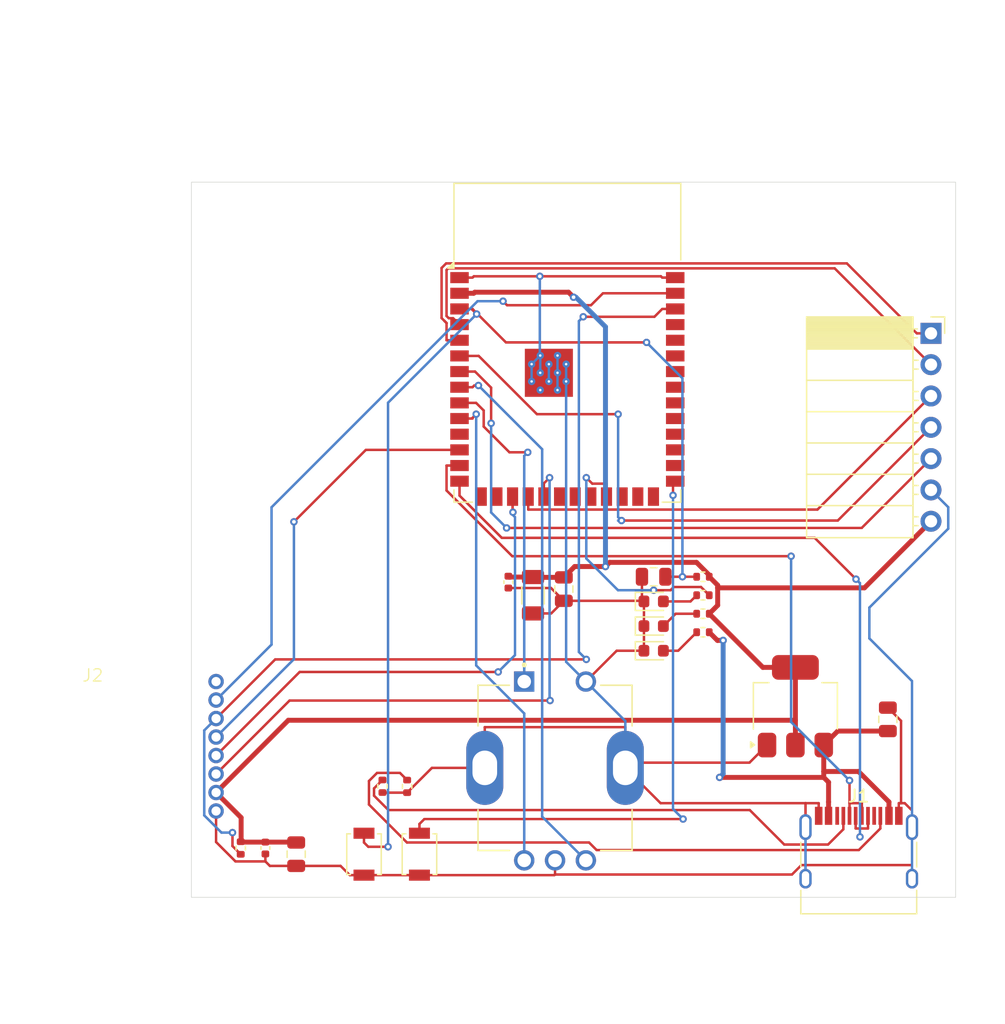
<source format=kicad_pcb>
(kicad_pcb (version 20241229) (generator "pcbnew") (generator_version "9.0")
  (layers (0 "F.Cu" signal) (2 "B.Cu" signal) (13 "F.Paste" user) (15 "B.Paste" user) (5 "F.SilkS" user "F.Silkscreen") (7 "B.SilkS" user "B.Silkscreen") (1 "F.Mask" user) (3 "B.Mask" user) (25 "Edge.Cuts" user))
  (net 0 "")
  (net 2 "GND")
  (net 5 "TROPIC_CS")
  (net 6 "+3V3")
  (net 8 "TROPIC_SDI")
  (net 13 "TROPIC_SDO")
  (net 21 "TROPIC_CLK")
  (net 22 "EN")
  (net 24 "D-")
  (net 27 "D+")
  (net 29 "TROPIC_GPO")
  (net 30 "+5V")
  (net 31 "Net-(D1-A)")
  (net 32 "Net-(D2-A)")
  (net 33 "Net-(D3-A)")
  (net 34 "Net-(J1-CC1)")
  (net 35 "Net-(J1-CC2)")
  (net 36 "GPIO21")
  (net 39 "GPIO0")
  (net 40 "RST")
  (net 41 "CLK")
  (net 42 "CS")
  (net 43 "DC")
  (net 44 "DIN")
  (net 45 "GPIO16")
  (net 46 "RT_DT")
  (net 47 "RT_CLK")
  (footprint "Connector_USB:USB_C_Receptacle_HRO_TYPE-C-31-M-12" (layer "F.Cu") (at 66.14 82.435)
    (property "Reference" "J1")
    (property "Value" "USB_C_Receptacle_USB2.0_16P")
  )
  (footprint "MountingHole:MountingHole_2.7mm_M2.5" (layer "F.Cu") (at 15.14 62.535 90)
    (property "Reference" "MountHole3" (hide yes))
    (property "Value" "MountHole" (hide yes))
  )
  (footprint "Resistor_SMD:R_0402_1005Metric" (layer "F.Cu") (at 53.5 62)
    (property "Reference" "R4" (hide yes))
    (property "Value" "5.1kΩ 0402" (hide yes))
  )
  (footprint "Capacitor_SMD:C_0805_2012Metric" (layer "F.Cu") (at 68.5 70.565 90)
    (property "Reference" "C4" (hide yes))
    (property "Value" "10uF 0805" (hide yes))
  )
  (footprint "Capacitor_SMD:C_0805_2012Metric" (layer "F.Cu") (at 42.2125 60 -90)
    (property "Reference" "C1" (hide yes))
    (property "Value" "10uF 0805" (hide yes))
  )
  (footprint "Resistor_SMD:R_0402_1005Metric" (layer "F.Cu") (at 53.5 59 180)
    (property "Reference" "R6" (hide yes))
    (property "Value" "5.1kΩ 0402" (hide yes))
  )
  (footprint "Resistor_SMD:R_0402_1005Metric" (layer "F.Cu") (at 16 81 90)
    (property "Reference" "R7" (hide yes))
    (property "Value" "10kΩ 0402" (hide yes))
  )
  (footprint "Connector_PinSocket_2.54mm:PinSocket_1x07_P2.54mm_Horizontal" (layer "F.Cu") (at 72 39.26)
    (property "Reference" "J3" (hide yes))
    (property "Value" "Conn_01x07_Pin" (hide yes))
  )
  (footprint "Capacitor_SMD:C_0402_1005Metric" (layer "F.Cu") (at 18 81 -90)
    (property "Reference" "C6" (hide yes))
    (property "Value" "100nF 0402" (hide yes))
  )
  (footprint "Resistor_SMD:R_0402_1005Metric" (layer "F.Cu") (at 53.5 63.5 180)
    (property "Reference" "R5" (hide yes))
    (property "Value" "5.1kΩ 0402" (hide yes))
  )
  (footprint "Tropic01_Click:Tropic01_PinSocket" (layer "F.Cu") (at 4 67.5)
    (property "Reference" "J2")
    (property "Value" "Conn_01x08_Socket")
  )
  (footprint "Resistor_SMD:R_0402_1005Metric" (layer "F.Cu") (at 29.5 76 -90)
    (property "Reference" "R2" (hide yes))
    (property "Value" "5.1kΩ 0402" (hide yes))
  )
  (footprint "LED_SMD:LED_0603_1608Metric" (layer "F.Cu") (at 49.5 63)
    (property "Reference" "D2" (hide yes))
    (property "Value" "LED 0603 White" (hide yes))
  )
  (footprint "Capacitor_SMD:C_0805_2012Metric" (layer "F.Cu") (at 49.5 59 180)
    (property "Reference" "C5" (hide yes))
    (property "Value" "10uF 0805" (hide yes))
  )
  (footprint "Package_TO_SOT_SMD:SOT-223-3_TabPin2" (layer "F.Cu") (at 61 69.5 90)
    (property "Reference" "U2" (hide yes))
    (property "Value" "LD1117S33TR_SOT223" (hide yes))
  )
  (footprint "Button_Switch_SMD:SW_SPST_B3U-1000P" (layer "F.Cu") (at 30.5 81.5 90)
    (property "Reference" "SW2" (hide yes))
    (property "Value" "SW_SPST" (hide yes))
  )
  (footprint "MountingHole:MountingHole_2.7mm_M2.5" (layer "F.Cu") (at 15.14 30.435 90)
    (property "Reference" "MountHole1" (hide yes))
    (property "Value" "MountHole" (hide yes))
  )
  (footprint "MountingHole:MountingHole_2.7mm_M2.5" (layer "F.Cu") (at 70.64 30.435 90)
    (property "Reference" "MountHole2" (hide yes))
    (property "Value" "MountingHole_2.7mm_M2.5" (hide yes))
  )
  (footprint "Capacitor_SMD:C_0402_1005Metric" (layer "F.Cu") (at 37.7125 59.435 -90)
    (property "Reference" "C3" (hide yes))
    (property "Value" "100nF 0402" (hide yes))
  )
  (footprint "Resistor_SMD:R_0402_1005Metric" (layer "F.Cu") (at 53.5 60.5 180)
    (property "Reference" "R3" (hide yes))
    (property "Value" "5.1kΩ 0402" (hide yes))
  )
  (footprint "Resistor_SMD:R_0402_1005Metric" (layer "F.Cu") (at 27.5 75.99 -90)
    (property "Reference" "R1" (hide yes))
    (property "Value" "5.1kΩ 0402" (hide yes))
  )
  (footprint "RF_Module:ESP32-S3-WROOM-1" (layer "F.Cu") (at 42.5 40)
    (property "Reference" "U1" (hide yes))
    (property "Value" "ESP32-S3-WROOM-1")
  )
  (footprint "LED_SMD:LED_0603_1608Metric" (layer "F.Cu") (at 49.5 61)
    (property "Reference" "D3" (hide yes))
    (property "Value" "LED 0603 White" (hide yes))
  )
  (footprint "LED_SMD:LED_0603_1608Metric" (layer "F.Cu") (at 49.5 65)
    (property "Reference" "D1" (hide yes))
    (property "Value" "LED 0603 White" (hide yes))
  )
  (footprint "Capacitor_SMD:C_0805_2012Metric" (layer "F.Cu") (at 20.5 81.5 -90)
    (property "Reference" "C7" (hide yes))
    (property "Value" "4.7uF 0805" (hide yes))
  )
  (footprint "Button_Switch_SMD:SW_SPST_B3U-1000P" (layer "F.Cu") (at 26 81.5 90)
    (property "Reference" "SW3" (hide yes))
    (property "Value" "SW_SPST" (hide yes))
  )
  (footprint "Capacitor_SMD:C_1206_3216Metric" (layer "F.Cu") (at 39.7125 60.5 -90)
    (property "Reference" "C2" (hide yes))
    (property "Value" "22uF 1206" (hide yes))
  )
  (footprint "MountingHole:MountingHole_2.7mm_M2.5" (layer "F.Cu") (at 70.64 62.535 90)
    (property "Reference" "MountHole4" (hide yes))
    (property "Value" "MountHole" (hide yes))
  )
  (footprint "RotatoryEncoder:XDCR_PEC11R-4220F-S0024" (layer "F.Cu") (at 41.5 74.5)
    (property "Reference" "S1" (hide yes))
    (property "Value" "PEC11R-4220F-S0024" (hide yes))
  )
  (gr_rect (start 12 27) (end 74 85) (stroke (width 0.05)) (fill no) (layer "Edge.Cuts"))
  (segment (start 18 82.0862) (end 18 81.48) (width 0.2) (layer "F.Cu") (net 2))
  (segment (start 48.55 60.95) (end 48.55 59) (width 0.2) (layer "F.Cu") (net 2))
  (segment (start 69.39 78.39) (end 69.39 77.3633) (width 0.2) (layer "F.Cu") (net 2))
  (segment (start 24.0983 82.45) (end 24.8483 83.2) (width 0.2) (layer "F.Cu") (net 2))
  (segment (start 46.5 65) (end 48.7125 65) (width 0.2) (layer "F.Cu") (net 2))
  (segment (start 14 80.5127) (end 15.5735 82.0862) (width 0.2) (layer "F.Cu") (net 2))
  (segment (start 61.82 77.3633) (end 50.0633 77.3633) (width 0.2) (layer "F.Cu") (net 2))
  (segment (start 70.46 77.9533) (end 69.87 77.3633) (width 0.2) (layer "F.Cu") (net 2))
  (segment (start 61.82 77.9533) (end 61.82 77.3633) (width 0.2) (layer "F.Cu") (net 2))
  (segment (start 41 42.46) (end 41.7 42.46) (width 0.2) (layer "F.Cu") (net 2))
  (segment (start 40.3 43.86) (end 41.7 43.86) (width 0.2) (layer "F.Cu") (net 2))
  (segment (start 61.4879 82.3833) (end 61.82 82.3833) (width 0.2) (layer "F.Cu") (net 2))
  (segment (start 60.7222 83.149) (end 61.4879 82.3833) (width 0.2) (layer "F.Cu") (net 2))
  (segment (start 62.89 78.39) (end 62.89 77.3633) (width 0.2) (layer "F.Cu") (net 2))
  (segment (start 50.1983 34.74) (end 50.0916 34.6333) (width 0.2) (layer "F.Cu") (net 2))
  (segment (start 35.8 74.5) (end 35.8 71.1983) (width 0.2) (layer "F.Cu") (net 2))
  (segment (start 48.7125 65) (end 48.7125 63) (width 0.2) (layer "F.Cu") (net 2))
  (segment (start 26 83.2) (end 30.5 83.2) (width 0.2) (layer "F.Cu") (net 2))
  (segment (start 20.5 82.45) (end 24.0983 82.45) (width 0.2) (layer "F.Cu") (net 2))
  (segment (start 69.57 77.3633) (end 69.39 77.3633) (width 0.2) (layer "F.Cu") (net 2))
  (segment (start 42.2125 60.95) (end 48.55 60.95) (width 0.2) (layer "F.Cu") (net 2))
  (segment (start 50.0916 34.6333) (end 40.2648 34.6333) (width 0.2) (layer "F.Cu") (net 2))
  (segment (start 29.5 76.51) (end 27.51 76.51) (width 0.2) (layer "F.Cu") (net 2))
  (segment (start 37.7125 59.915) (end 41.1775 59.915) (width 0.2) (layer "F.Cu") (net 2))
  (segment (start 18.3638 82.45) (end 18 82.0862) (width 0.2) (layer "F.Cu") (net 2))
  (segment (start 44 67.5) (end 46.5 65) (width 0.2) (layer "F.Cu") (net 2))
  (segment (start 42.4 41.76) (end 41 41.76) (width 0.2) (layer "F.Cu") (net 2))
  (segment (start 48.7125 61) (end 48.7125 63) (width 0.2) (layer "F.Cu") (net 2))
  (segment (start 50.0633 77.3633) (end 47.2 74.5) (width 0.2) (layer "F.Cu") (net 2))
  (segment (start 27.51 76.51) (end 27.5 76.5) (width 0.2) (layer "F.Cu") (net 2))
  (segment (start 68.5 69.615) (end 69.57 70.685) (width 0.2) (layer "F.Cu") (net 2))
  (segment (start 40.3 42.46) (end 41 42.46) (width 0.2) (layer "F.Cu") (net 2))
  (segment (start 41 43.16) (end 39.6 43.16) (width 0.2) (layer "F.Cu") (net 2))
  (segment (start 31.51 74.5) (end 29.5 76.51) (width 0.2) (layer "F.Cu") (net 2))
  (segment (start 70.46 79.305) (end 70.46 77.9533) (width 0.2) (layer "F.Cu") (net 2))
  (segment (start 20.5 82.45) (end 18.3638 82.45) (width 0.2) (layer "F.Cu") (net 2))
  (segment (start 41.5 83.149) (end 41.449 83.2) (width 0.2) (layer "F.Cu") (net 2))
  (segment (start 41.449 83.2) (end 30.5 83.2) (width 0.2) (layer "F.Cu") (net 2))
  (segment (start 40.2648 34.6333) (end 34.9084 34.6333) (width 0.2) (layer "F.Cu") (net 2))
  (segment (start 41.1875 61.975) (end 42.2125 60.95) (width 0.2) (layer "F.Cu") (net 2))
  (segment (start 14 78) (end 14 80.5127) (width 0.2) (layer "F.Cu") (net 2))
  (segment (start 41.5 83.149) (end 60.7222 83.149) (width 0.2) (layer "F.Cu") (net 2))
  (segment (start 61.82 79.305) (end 61.82 77.9533) (width 0.2) (layer "F.Cu") (net 2))
  (segment (start 70.46 82.3833) (end 61.82 82.3833) (width 0.2) (layer "F.Cu") (net 2))
  (segment (start 62.89 77.3633) (end 61.82 77.3633) (width 0.2) (layer "F.Cu") (net 2))
  (segment (start 26 83.2) (end 24.8483 83.2) (width 0.2) (layer "F.Cu") (net 2))
  (segment (start 47.2 74.5) (end 47.2 74.0768) (width 0.2) (layer "F.Cu") (net 2))
  (segment (start 48.7125 61) (end 48.6 61) (width 0.2) (layer "F.Cu") (net 2))
  (segment (start 15.5735 82.0862) (end 18 82.0862) (width 0.2) (layer "F.Cu") (net 2))
  (segment (start 51.25 34.74) (end 50.1983 34.74) (width 0.2) (layer "F.Cu") (net 2))
  (segment (start 69.57 70.685) (end 69.57 77.3633) (width 0.2) (layer "F.Cu") (net 2))
  (segment (start 34.9084 34.6333) (end 34.8017 34.74) (width 0.2) (layer "F.Cu") (net 2))
  (segment (start 39.7125 61.975) (end 41.1875 61.975) (width 0.2) (layer "F.Cu") (net 2))
  (segment (start 58.7 72.65) (end 57.2732 74.0768) (width 0.2) (layer "F.Cu") (net 2))
  (segment (start 70.46 83.485) (end 70.46 82.3833) (width 0.2) (layer "F.Cu") (net 2))
  (segment (start 61.82 83.485) (end 61.82 82.3833) (width 0.2) (layer "F.Cu") (net 2))
  (segment (start 48.6 61) (end 48.55 60.95) (width 0.2) (layer "F.Cu") (net 2))
  (segment (start 57.2732 74.0768) (end 47.2 74.0768) (width 0.2) (layer "F.Cu") (net 2))
  (segment (start 35.8 74.5) (end 31.51 74.5) (width 0.2) (layer "F.Cu") (net 2))
  (segment (start 47.2 74.0768) (end 47.2 71.1983) (width 0.2) (layer "F.Cu") (net 2))
  (segment (start 41.1775 59.915) (end 42.2125 60.95) (width 0.2) (layer "F.Cu") (net 2))
  (segment (start 41.5 82) (end 41.5 83.149) (width 0.2) (layer "F.Cu") (net 2))
  (segment (start 33.75 34.74) (end 34.8017 34.74) (width 0.2) (layer "F.Cu") (net 2))
  (segment (start 35.8 71.1983) (end 47.2 71.1983) (width 0.2) (layer "F.Cu") (net 2))
  (segment (start 69.87 77.3633) (end 69.57 77.3633) (width 0.2) (layer "F.Cu") (net 2))
  (via (at 40.2648 34.6333) (size 0.6) (drill 0.3) (layers "F.Cu" "B.Cu") (net 2))
  (segment (start 40.3 41.06) (end 39.6 41.76) (width 0.2) (layer "B.Cu") (net 2))
  (segment (start 70.46 67.46) (end 67 64) (width 0.2) (layer "B.Cu") (net 2))
  (segment (start 47.2 70.7) (end 44 67.5) (width 0.2) (layer "B.Cu") (net 2))
  (segment (start 40.2648 41.0248) (end 40.3 41.06) (width 0.2) (layer "B.Cu") (net 2))
  (segment (start 42.4 65.9) (end 44 67.5) (width 0.2) (layer "B.Cu") (net 2))
  (segment (start 39.6 41.76) (end 39.6 43.16) (width 0.2) (layer "B.Cu") (net 2))
  (segment (start 40.3 41.06) (end 40.3 42.46) (width 0.2) (layer "B.Cu") (net 2))
  (segment (start 73.399 53.359) (end 72 51.96) (width 0.2) (layer "B.Cu") (net 2))
  (segment (start 41 43.16) (end 41 41.76) (width 0.2) (layer "B.Cu") (net 2))
  (segment (start 40.2648 34.6333) (end 40.2648 41.0248) (width 0.2) (layer "B.Cu") (net 2))
  (segment (start 73.399 55.101) (end 73.399 53.359) (width 0.2) (layer "B.Cu") (net 2))
  (segment (start 41.7 43.86) (end 41.7 42.46) (width 0.2) (layer "B.Cu") (net 2))
  (segment (start 47.2 74.5) (end 47.2 70.7) (width 0.2) (layer "B.Cu") (net 2))
  (segment (start 67 64) (end 67 61.5) (width 0.2) (layer "B.Cu") (net 2))
  (segment (start 42.4 43.16) (end 42.4 65.9) (width 0.2) (layer "B.Cu") (net 2))
  (segment (start 61.82 83.485) (end 61.82 79.305) (width 0.2) (layer "B.Cu") (net 2))
  (segment (start 42.4 41.76) (end 42.4 43.16) (width 0.2) (layer "B.Cu") (net 2))
  (segment (start 70.46 83.485) (end 70.46 79.305) (width 0.2) (layer "B.Cu") (net 2))
  (segment (start 70.46 79.305) (end 70.46 67.46) (width 0.2) (layer "B.Cu") (net 2))
  (segment (start 41.7 41.06) (end 41.7 42.46) (width 0.2) (layer "B.Cu") (net 2))
  (segment (start 67 61.5) (end 73.399 55.101) (width 0.2) (layer "B.Cu") (net 2))
  (segment (start 49.5623 37.916) (end 50.1983 37.28) (width 0.2) (layer "F.Cu") (net 5))
  (segment (start 51.25 37.28) (end 50.1983 37.28) (width 0.2) (layer "F.Cu") (net 5))
  (segment (start 18.7975 65.7025) (end 44.0356 65.7025) (width 0.2) (layer "F.Cu") (net 5))
  (segment (start 15.331 80.841) (end 15.331 79.7497) (width 0.2) (layer "F.Cu") (net 5))
  (segment (start 16 81.51) (end 15.331 80.841) (width 0.2) (layer "F.Cu") (net 5))
  (segment (start 14 70.5) (end 18.7975 65.7025) (width 0.2) (layer "F.Cu") (net 5))
  (segment (start 43.7864 37.916) (end 49.5623 37.916) (width 0.2) (layer "F.Cu") (net 5))
  (via (at 44.0356 65.7025) (size 0.6) (drill 0.3) (layers "F.Cu" "B.Cu") (net 5))
  (via (at 15.331 79.7497) (size 0.6) (drill 0.3) (layers "F.Cu" "B.Cu") (net 5))
  (via (at 43.7864 37.916) (size 0.6) (drill 0.3) (layers "F.Cu" "B.Cu") (net 5))
  (segment (start 43.4339 38.2685) (end 43.4339 65.1008) (width 0.2) (layer "B.Cu") (net 5))
  (segment (start 13.0407 78.3527) (end 13.0407 71.4593) (width 0.2) (layer "B.Cu") (net 5))
  (segment (start 14.4377 79.7497) (end 13.0407 78.3527) (width 0.2) (layer "B.Cu") (net 5))
  (segment (start 15.331 79.7497) (end 14.4377 79.7497) (width 0.2) (layer "B.Cu") (net 5))
  (segment (start 13.0407 71.4593) (end 14 70.5) (width 0.2) (layer "B.Cu") (net 5))
  (segment (start 43.4339 65.1008) (end 44.0356 65.7025) (width 0.2) (layer "B.Cu") (net 5))
  (segment (start 43.7864 37.916) (end 43.4339 38.2685) (width 0.2) (layer "B.Cu") (net 5))
  (segment (start 16.03 80.52) (end 16 80.49) (width 0.4) (layer "F.Cu") (net 6))
  (segment (start 18 80.52) (end 16.03 80.52) (width 0.4) (layer "F.Cu") (net 6))
  (segment (start 61 70.6387) (end 61 66.35) (width 0.4) (layer "F.Cu") (net 6))
  (segment (start 33.75 36.01) (end 34.9017 36.01) (width 0.4) (layer "F.Cu") (net 6))
  (segment (start 54.6935 59.8984) (end 54.6935 59.6835) (width 0.4) (layer "F.Cu") (net 6))
  (segment (start 45.9282 57.8347) (end 52.9781 57.8347) (width 0.4) (layer "F.Cu") (net 6))
  (segment (start 14 76.5) (end 19.8613 70.6387) (width 0.4) (layer "F.Cu") (net 6))
  (segment (start 54.6935 61.3165) (end 54.6935 59.8984) (width 0.4) (layer "F.Cu") (net 6))
  (segment (start 16.0327 78.5327) (end 14 76.5) (width 0.4) (layer "F.Cu") (net 6))
  (segment (start 34.988 35.9237) (end 42.5948 35.9237) (width 0.4) (layer "F.Cu") (net 6))
  (segment (start 42.2125 59.05) (end 39.7375 59.05) (width 0.4) (layer "F.Cu") (net 6))
  (segment (start 34.9017 36.01) (end 34.988 35.9237) (width 0.4) (layer "F.Cu") (net 6))
  (segment (start 42.5948 35.9237) (end 43.001 36.3299) (width 0.4) (layer "F.Cu") (net 6))
  (segment (start 16.0327 80.4573) (end 16.0327 78.5327) (width 0.4) (layer "F.Cu") (net 6))
  (segment (start 54.6935 59.6835) (end 54.01 59) (width 0.4) (layer "F.Cu") (net 6))
  (segment (start 37.7825 59.025) (end 37.7125 58.955) (width 0.4) (layer "F.Cu") (net 6))
  (segment (start 39.7375 59.05) (end 39.7125 59.025) (width 0.4) (layer "F.Cu") (net 6))
  (segment (start 42.2125 59.05) (end 43.091 58.1715) (width 0.4) (layer "F.Cu") (net 6))
  (segment (start 58.36 66.35) (end 54.01 62) (width 0.4) (layer "F.Cu") (net 6))
  (segment (start 61 66.35) (end 58.36 66.35) (width 0.4) (layer "F.Cu") (net 6))
  (segment (start 20.47 80.52) (end 18 80.52) (width 0.4) (layer "F.Cu") (net 6))
  (segment (start 20.5 80.55) (end 20.47 80.52) (width 0.4) (layer "F.Cu") (net 6))
  (segment (start 54.6935 59.8984) (end 66.6016 59.8984) (width 0.4) (layer "F.Cu") (net 6))
  (segment (start 45.5914 58.1715) (end 45.9282 57.8347) (width 0.4) (layer "F.Cu") (net 6))
  (segment (start 43.091 58.1715) (end 45.5914 58.1715) (width 0.4) (layer "F.Cu") (net 6))
  (segment (start 19.8613 70.6387) (end 61 70.6387) (width 0.4) (layer "F.Cu") (net 6))
  (segment (start 39.7125 59.025) (end 37.7825 59.025) (width 0.4) (layer "F.Cu") (net 6))
  (segment (start 66.6016 59.8984) (end 72 54.5) (width 0.4) (layer "F.Cu") (net 6))
  (segment (start 54.01 62) (end 54.6935 61.3165) (width 0.4) (layer "F.Cu") (net 6))
  (segment (start 54.01 58.8666) (end 54.01 59) (width 0.4) (layer "F.Cu") (net 6))
  (segment (start 52.9781 57.8347) (end 54.01 58.8666) (width 0.4) (layer "F.Cu") (net 6))
  (segment (start 61 72.65) (end 61 70.6387) (width 0.4) (layer "F.Cu") (net 6))
  (segment (start 16 80.49) (end 16.0327 80.4573) (width 0.4) (layer "F.Cu") (net 6))
  (via (at 43.001 36.3299) (size 0.6) (drill 0.3) (layers "F.Cu" "B.Cu") (net 6))
  (via (at 45.5914 58.1715) (size 0.6) (drill 0.3) (layers "F.Cu" "B.Cu") (net 6))
  (segment (start 45.5914 38.7287) (end 43.1926 36.3299) (width 0.4) (layer "B.Cu") (net 6))
  (segment (start 43.1926 36.3299) (end 43.001 36.3299) (width 0.4) (layer "B.Cu") (net 6))
  (segment (start 45.5914 58.1715) (end 45.5914 38.7287) (width 0.4) (layer "B.Cu") (net 6))
  (segment (start 19.9607 69.0393) (end 41.0961 69.0393) (width 0.2) (layer "F.Cu") (net 8))
  (segment (start 41.0572 50.965) (end 41.0572 51.2101) (width 0.2) (layer "F.Cu") (net 8))
  (segment (start 14 75) (end 19.9607 69.0393) (width 0.2) (layer "F.Cu") (net 8))
  (segment (start 41.0572 50.965) (end 40.595 51.4272) (width 0.2) (layer "F.Cu") (net 8))
  (segment (start 41.0572 51.2101) (end 41.0572 50.965) (width 0.2) (layer "F.Cu") (net 8))
  (segment (start 41.0961 69.0393) (end 41.0572 69.0004) (width 0.2) (layer "F.Cu") (net 8))
  (segment (start 41.0572 69.0004) (end 41.0961 69.0393) (width 0.2) (layer "F.Cu") (net 8))
  (segment (start 40.595 51.4272) (end 40.595 52.5) (width 0.2) (layer "F.Cu") (net 8))
  (via (at 41.0961 69.0393) (size 0.6) (drill 0.3) (layers "F.Cu" "B.Cu") (net 8))
  (via (at 41.0572 50.965) (size 0.6) (drill 0.3) (layers "F.Cu" "B.Cu") (net 8))
  (segment (start 41.0572 50.965) (end 41.0572 51.2101) (width 0.2) (layer "B.Cu") (net 8))
  (segment (start 41.0961 69.0393) (end 41.0572 69.0004) (width 0.2) (layer "B.Cu") (net 8))
  (segment (start 41.0572 69.0004) (end 41.0572 50.965) (width 0.2) (layer "B.Cu") (net 8))
  (segment (start 41.0961 69.0393) (end 41.0572 69.0004) (width 0.2) (layer "B.Cu") (net 8))
  (segment (start 41.0572 69.0004) (end 41.0961 69.0393) (width 0.2) (layer "B.Cu") (net 8))
  (segment (start 41.0572 51.2101) (end 41.0572 50.965) (width 0.2) (layer "B.Cu") (net 8))
  (segment (start 38.0844 53.5811) (end 38.0844 53.7669) (width 0.2) (layer "F.Cu") (net 13))
  (segment (start 20.7788 66.7212) (end 14 73.5) (width 0.2) (layer "F.Cu") (net 13))
  (segment (start 38.055 53.5517) (end 38.0844 53.5811) (width 0.2) (layer "F.Cu") (net 13))
  (segment (start 36.8855 66.7212) (end 20.7788 66.7212) (width 0.2) (layer "F.Cu") (net 13))
  (segment (start 38.055 52.5) (end 38.055 53.5517) (width 0.2) (layer "F.Cu") (net 13))
  (via (at 36.8855 66.7212) (size 0.6) (drill 0.3) (layers "F.Cu" "B.Cu") (net 13))
  (via (at 38.0844 53.7669) (size 0.6) (drill 0.3) (layers "F.Cu" "B.Cu") (net 13))
  (segment (start 38.2523 65.3544) (end 36.8855 66.7212) (width 0.2) (layer "B.Cu") (net 13))
  (segment (start 38.0844 53.9961) (end 38.2523 54.164) (width 0.2) (layer "B.Cu") (net 13))
  (segment (start 38.2523 54.164) (end 38.2523 65.3544) (width 0.2) (layer "B.Cu") (net 13))
  (segment (start 38.0844 53.9961) (end 38.0844 53.7669) (width 0.2) (layer "B.Cu") (net 13))
  (segment (start 26.1505 48.71) (end 20.3155 54.545) (width 0.2) (layer "F.Cu") (net 21))
  (segment (start 33.75 48.71) (end 26.1505 48.71) (width 0.2) (layer "F.Cu") (net 21))
  (via (at 20.3155 54.545) (size 0.6) (drill 0.3) (layers "F.Cu" "B.Cu") (net 21))
  (segment (start 20.3154 54.545) (end 20.3155 54.545) (width 0.2) (layer "B.Cu") (net 21))
  (segment (start 14 72) (end 20.3154 65.6846) (width 0.2) (layer "B.Cu") (net 21))
  (segment (start 20.3154 65.6846) (end 20.3154 54.545) (width 0.2) (layer "B.Cu") (net 21))
  (segment (start 51.8353 59) (end 50.45 59) (width 0.2) (layer "F.Cu") (net 22))
  (segment (start 27.9524 80.8991) (end 26.3474 80.8991) (width 0.2) (layer "F.Cu") (net 22))
  (segment (start 52.99 59) (end 51.8353 59) (width 0.2) (layer "F.Cu") (net 22))
  (segment (start 35.1404 37.6955) (end 34.8017 37.3568) (width 0.2) (layer "F.Cu") (net 22))
  (segment (start 34.8017 37.28) (end 37.5167 39.995) (width 0.2) (layer "F.Cu") (net 22))
  (segment (start 26 79.8) (end 26 80.5517) (width 0.2) (layer "F.Cu") (net 22))
  (segment (start 33.75 37.28) (end 34.8017 37.28) (width 0.2) (layer "F.Cu") (net 22))
  (segment (start 34.8017 37.3568) (end 34.8017 37.28) (width 0.2) (layer "F.Cu") (net 22))
  (segment (start 37.5167 39.995) (end 48.925 39.995) (width 0.2) (layer "F.Cu") (net 22))
  (segment (start 26.3474 80.8991) (end 26 80.5517) (width 0.2) (layer "F.Cu") (net 22))
  (via (at 27.9524 80.8991) (size 0.6) (drill 0.3) (layers "F.Cu" "B.Cu") (net 22))
  (via (at 48.925 39.995) (size 0.6) (drill 0.3) (layers "F.Cu" "B.Cu") (net 22))
  (via (at 35.1404 37.6955) (size 0.6) (drill 0.3) (layers "F.Cu" "B.Cu") (net 22))
  (via (at 51.8353 59) (size 0.6) (drill 0.3) (layers "F.Cu" "B.Cu") (net 22))
  (segment (start 27.9524 44.8835) (end 35.1404 37.6955) (width 0.2) (layer "B.Cu") (net 22))
  (segment (start 51.8353 59) (end 51.8353 42.9053) (width 0.2) (layer "B.Cu") (net 22))
  (segment (start 27.9524 80.8991) (end 27.9524 44.8835) (width 0.2) (layer "B.Cu") (net 22))
  (segment (start 51.8353 42.9053) (end 48.925 39.995) (width 0.2) (layer "B.Cu") (net 22))
  (segment (start 66.39 78.39) (end 66.39 77.3633) (width 0.2) (layer "F.Cu") (net 24))
  (segment (start 32.6983 52.0041) (end 32.6983 49.98) (width 0.2) (layer "F.Cu") (net 24))
  (segment (start 38.0272 57.333) (end 32.6983 52.0041) (width 0.2) (layer "F.Cu") (net 24))
  (segment (start 66.39 77.3633) (end 65.39 77.3633) (width 0.2) (layer "F.Cu") (net 24))
  (segment (start 65.39 78.39) (end 65.39 77.3633) (width 0.2) (layer "F.Cu") (net 24))
  (segment (start 33.75 49.98) (end 32.6983 49.98) (width 0.2) (layer "F.Cu") (net 24))
  (segment (start 60.651 57.333) (end 38.0272 57.333) (width 0.2) (layer "F.Cu") (net 24))
  (segment (start 65.39 77.3633) (end 65.39 75.5212) (width 0.2) (layer "F.Cu") (net 24))
  (via (at 60.651 57.333) (size 0.6) (drill 0.3) (layers "F.Cu" "B.Cu") (net 24))
  (via (at 65.39 75.5212) (size 0.6) (drill 0.3) (layers "F.Cu" "B.Cu") (net 24))
  (segment (start 60.651 70.7822) (end 65.39 75.5212) (width 0.2) (layer "B.Cu") (net 24))
  (segment (start 60.651 57.333) (end 60.651 70.7822) (width 0.2) (layer "B.Cu") (net 24))
  (segment (start 66.89 78.39) (end 66.89 79.4167) (width 0.2) (layer "F.Cu") (net 27))
  (segment (start 62.5645 55.8449) (end 65.9163 59.1967) (width 0.2) (layer "F.Cu") (net 27))
  (segment (start 66.2386 79.4167) (end 66.2386 80.0978) (width 0.2) (layer "F.Cu") (net 27))
  (segment (start 65.89 79.4167) (end 66.2386 79.4167) (width 0.2) (layer "F.Cu") (net 27))
  (segment (start 33.75 52.4165) (end 37.1784 55.8449) (width 0.2) (layer "F.Cu") (net 27))
  (segment (start 66.2386 79.4167) (end 66.89 79.4167) (width 0.2) (layer "F.Cu") (net 27))
  (segment (start 37.1784 55.8449) (end 62.5645 55.8449) (width 0.2) (layer "F.Cu") (net 27))
  (segment (start 65.89 78.39) (end 65.89 79.4167) (width 0.2) (layer "F.Cu") (net 27))
  (segment (start 33.75 51.25) (end 33.75 52.4165) (width 0.2) (layer "F.Cu") (net 27))
  (via (at 66.2386 80.0978) (size 0.6) (drill 0.3) (layers "F.Cu" "B.Cu") (net 27))
  (via (at 65.9163 59.1967) (size 0.6) (drill 0.3) (layers "F.Cu" "B.Cu") (net 27))
  (segment (start 66.2386 80.0978) (end 66.2386 59.519) (width 0.2) (layer "B.Cu") (net 27))
  (segment (start 66.2386 59.519) (end 65.9163 59.1967) (width 0.2) (layer "B.Cu") (net 27))
  (segment (start 45.3866 36.01) (end 44.4167 36.9799) (width 0.2) (layer "F.Cu") (net 29))
  (segment (start 44.4167 36.9799) (end 37.6073 36.9799) (width 0.2) (layer "F.Cu") (net 29))
  (segment (start 51.25 36.01) (end 45.3866 36.01) (width 0.2) (layer "F.Cu") (net 29))
  (segment (start 37.6073 36.9799) (end 37.2792 36.6518) (width 0.2) (layer "F.Cu") (net 29))
  (via (at 37.2792 36.6518) (size 0.6) (drill 0.3) (layers "F.Cu" "B.Cu") (net 29))
  (segment (start 35.2125 36.6518) (end 37.2792 36.6518) (width 0.2) (layer "B.Cu") (net 29))
  (segment (start 18.5 53.3643) (end 35.2125 36.6518) (width 0.2) (layer "B.Cu") (net 29))
  (segment (start 18.5 64.5) (end 18.5 53.3643) (width 0.2) (layer "B.Cu") (net 29))
  (segment (start 14 69) (end 18.5 64.5) (width 0.2) (layer "B.Cu") (net 29))
  (segment (start 63.3 74.794) (end 63.3 72.65) (width 0.4) (layer "F.Cu") (net 30))
  (segment (start 64.435 71.515) (end 68.5 71.515) (width 0.4) (layer "F.Cu") (net 30))
  (segment (start 63.3 75.2734) (end 63.3 74.794) (width 0.4) (layer "F.Cu") (net 30))
  (segment (start 63.69 75.6634) (end 63.3 75.2734) (width 0.4) (layer "F.Cu") (net 30))
  (segment (start 63.3 74.794) (end 66.1207 74.794) (width 0.4) (layer "F.Cu") (net 30))
  (segment (start 55.1373 64.1624) (end 54.6724 64.1624) (width 0.4) (layer "F.Cu") (net 30))
  (segment (start 63.69 77.2633) (end 63.69 75.6634) (width 0.4) (layer "F.Cu") (net 30))
  (segment (start 63.69 78.39) (end 63.69 77.2633) (width 0.4) (layer "F.Cu") (net 30))
  (segment (start 66.1207 74.794) (end 68.59 77.2633) (width 0.4) (layer "F.Cu") (net 30))
  (segment (start 63.3 75.2734) (end 54.849 75.2734) (width 0.4) (layer "F.Cu") (net 30))
  (segment (start 63.3 72.65) (end 64.435 71.515) (width 0.4) (layer "F.Cu") (net 30))
  (segment (start 54.6724 64.1624) (end 54.01 63.5) (width 0.4) (layer "F.Cu") (net 30))
  (segment (start 68.59 78.39) (end 68.59 77.2633) (width 0.4) (layer "F.Cu") (net 30))
  (via (at 54.849 75.2734) (size 0.6) (drill 0.3) (layers "F.Cu" "B.Cu") (net 30))
  (via (at 55.1373 64.1624) (size 0.6) (drill 0.3) (layers "F.Cu" "B.Cu") (net 30))
  (segment (start 54.849 75.2734) (end 55.1373 74.9851) (width 0.4) (layer "B.Cu") (net 30))
  (segment (start 55.1373 74.9851) (end 55.1373 64.1624) (width 0.4) (layer "B.Cu") (net 30))
  (segment (start 51.49 65) (end 50.2875 65) (width 0.2) (layer "F.Cu") (net 31))
  (segment (start 52.99 63.5) (end 51.49 65) (width 0.2) (layer "F.Cu") (net 31))
  (segment (start 51.2875 62) (end 50.2875 63) (width 0.2) (layer "F.Cu") (net 32))
  (segment (start 52.99 62) (end 51.2875 62) (width 0.2) (layer "F.Cu") (net 32))
  (segment (start 52.49 61) (end 52.99 60.5) (width 0.2) (layer "F.Cu") (net 33))
  (segment (start 50.2875 61) (end 52.49 61) (width 0.2) (layer "F.Cu") (net 33))
  (segment (start 26.8156 76.1644) (end 27.5 75.48) (width 0.2) (layer "F.Cu") (net 34))
  (segment (start 64.89 79.4778) (end 63.6508 80.717) (width 0.2) (layer "F.Cu") (net 34))
  (segment (start 57.2967 77.9212) (end 27.9824 77.9212) (width 0.2) (layer "F.Cu") (net 34))
  (segment (start 26.8156 76.7544) (end 26.8156 76.1644) (width 0.2) (layer "F.Cu") (net 34))
  (segment (start 27.9824 77.9212) (end 26.8156 76.7544) (width 0.2) (layer "F.Cu") (net 34))
  (segment (start 64.89 78.39) (end 64.89 79.4778) (width 0.2) (layer "F.Cu") (net 34))
  (segment (start 63.6508 80.717) (end 60.0925 80.717) (width 0.2) (layer "F.Cu") (net 34))
  (segment (start 60.0925 80.717) (end 57.2967 77.9212) (width 0.2) (layer "F.Cu") (net 34))
  (segment (start 67.89 78.39) (end 67.89 79.4167) (width 0.2) (layer "F.Cu") (net 35))
  (segment (start 66.1403 81.1664) (end 44.8748 81.1664) (width 0.2) (layer "F.Cu") (net 35))
  (segment (start 26.404 75.5643) (end 27.0626 74.9057) (width 0.2) (layer "F.Cu") (net 35))
  (segment (start 26.404 77.4727) (end 26.404 75.5643) (width 0.2) (layer "F.Cu") (net 35))
  (segment (start 27.0626 74.9057) (end 28.9157 74.9057) (width 0.2) (layer "F.Cu") (net 35))
  (segment (start 29.483 80.5517) (end 26.404 77.4727) (width 0.2) (layer "F.Cu") (net 35))
  (segment (start 44.8748 81.1664) (end 44.2601 80.5517) (width 0.2) (layer "F.Cu") (net 35))
  (segment (start 67.89 79.4167) (end 66.1403 81.1664) (width 0.2) (layer "F.Cu") (net 35))
  (segment (start 28.9157 74.9057) (end 29.5 75.49) (width 0.2) (layer "F.Cu") (net 35))
  (segment (start 44.2601 80.5517) (end 29.483 80.5517) (width 0.2) (layer "F.Cu") (net 35))
  (segment (start 44.5189 51.4483) (end 44.0356 50.965) (width 0.2) (layer "F.Cu") (net 36))
  (segment (start 45.675 52.5) (end 45.675 51.4483) (width 0.2) (layer "F.Cu") (net 36))
  (segment (start 51.1238 59.8327) (end 50.8657 60.0908) (width 0.2) (layer "F.Cu") (net 36))
  (segment (start 53.3427 59.8327) (end 51.1238 59.8327) (width 0.2) (layer "F.Cu") (net 36))
  (segment (start 50.8657 60.0908) (end 49.5 60.0908) (width 0.2) (layer "F.Cu") (net 36))
  (segment (start 54.01 60.5) (end 53.3427 59.8327) (width 0.2) (layer "F.Cu") (net 36))
  (segment (start 45.675 51.4483) (end 44.5189 51.4483) (width 0.2) (layer "F.Cu") (net 36))
  (via (at 49.5 60.0908) (size 0.6) (drill 0.3) (layers "F.Cu" "B.Cu") (net 36))
  (via (at 44.0356 50.965) (size 0.6) (drill 0.3) (layers "F.Cu" "B.Cu") (net 36))
  (segment (start 44.0356 57.5197) (end 46.6067 60.0908) (width 0.2) (layer "B.Cu") (net 36))
  (segment (start 44.0356 50.965) (end 44.0356 57.5197) (width 0.2) (layer "B.Cu") (net 36))
  (segment (start 46.6067 60.0908) (end 49.5 60.0908) (width 0.2) (layer "B.Cu") (net 36))
  (segment (start 51.0707 51.4293) (end 51.0707 52.395) (width 0.2) (layer "F.Cu") (net 39))
  (segment (start 30.8977 78.6506) (end 30.5 79.0483) (width 0.2) (layer "F.Cu") (net 39))
  (segment (start 51.25 51.25) (end 51.0707 51.4293) (width 0.2) (layer "F.Cu") (net 39))
  (segment (start 30.5 79.8) (end 30.5 79.0483) (width 0.2) (layer "F.Cu") (net 39))
  (segment (start 51.887 78.6506) (end 30.8977 78.6506) (width 0.2) (layer "F.Cu") (net 39))
  (via (at 51.0707 52.395) (size 0.6) (drill 0.3) (layers "F.Cu" "B.Cu") (net 39))
  (via (at 51.887 78.6506) (size 0.6) (drill 0.3) (layers "F.Cu" "B.Cu") (net 39))
  (segment (start 51.0707 77.8343) (end 51.887 78.6506) (width 0.2) (layer "B.Cu") (net 39))
  (segment (start 51.0707 52.395) (end 51.0707 77.8343) (width 0.2) (layer "B.Cu") (net 39))
  (segment (start 32.532 38.2567) (end 32.6983 38.423) (width 0.2) (layer "F.Cu") (net 40))
  (segment (start 32.666 33.5866) (end 32.2966 33.956) (width 0.2) (layer "F.Cu") (net 40))
  (segment (start 33.75 39.82) (end 32.6983 39.82) (width 0.2) (layer "F.Cu") (net 40))
  (segment (start 32.2966 38.0213) (end 32.532 38.2567) (width 0.2) (layer "F.Cu") (net 40))
  (segment (start 65.1749 33.5866) (end 32.666 33.5866) (width 0.2) (layer "F.Cu") (net 40))
  (segment (start 70.8483 39.26) (end 65.1749 33.5866) (width 0.2) (layer "F.Cu") (net 40))
  (segment (start 32.2966 33.956) (end 32.2966 38.0213) (width 0.2) (layer "F.Cu") (net 40))
  (segment (start 72 39.26) (end 70.8483 39.26) (width 0.2) (layer "F.Cu") (net 40))
  (segment (start 32.6983 38.423) (end 32.6983 39.82) (width 0.2) (layer "F.Cu") (net 40))
  (segment (start 32.532 38.2567) (end 32.6983 38.423) (width 0.2) (layer "F.Cu") (net 40))
  (segment (start 64.4389 54.4411) (end 72 46.88) (width 0.2) (layer "F.Cu") (net 41))
  (segment (start 40.0283 45.815) (end 35.3033 41.09) (width 0.2) (layer "F.Cu") (net 41))
  (segment (start 46.8931 54.4411) (end 64.4389 54.4411) (width 0.2) (layer "F.Cu") (net 41))
  (segment (start 46.6177 54.4411) (end 46.8931 54.4411) (width 0.2) (layer "F.Cu") (net 41))
  (segment (start 46.8931 54.4411) (end 46.6177 54.4411) (width 0.2) (layer "F.Cu") (net 41))
  (segment (start 35.3033 41.09) (end 33.75 41.09) (width 0.2) (layer "F.Cu") (net 41))
  (segment (start 46.6177 45.815) (end 40.0283 45.815) (width 0.2) (layer "F.Cu") (net 41))
  (via (at 46.8931 54.4411) (size 0.6) (drill 0.3) (layers "F.Cu" "B.Cu") (net 41))
  (via (at 46.6177 45.815) (size 0.6) (drill 0.3) (layers "F.Cu" "B.Cu") (net 41))
  (segment (start 46.8931 54.4411) (end 46.6177 54.1657) (width 0.2) (layer "B.Cu") (net 41))
  (segment (start 46.6177 54.1657) (end 46.6177 45.815) (width 0.2) (layer "B.Cu") (net 41))
  (segment (start 46.6177 54.4411) (end 46.8931 54.4411) (width 0.2) (layer "B.Cu") (net 41))
  (segment (start 46.8931 54.4411) (end 46.6177 54.4411) (width 0.2) (layer "B.Cu") (net 41))
  (segment (start 62.7883 53.5517) (end 39.325 53.5517) (width 0.2) (layer "F.Cu") (net 42))
  (segment (start 39.325 52.5) (end 39.325 53.5517) (width 0.2) (layer "F.Cu") (net 42))
  (segment (start 72 44.34) (end 62.7883 53.5517) (width 0.2) (layer "F.Cu") (net 42))
  (segment (start 32.6983 34.1223) (end 32.6983 37.855) (width 0.2) (layer "F.Cu") (net 43))
  (segment (start 72 41.8) (end 64.1883 33.9883) (width 0.2) (layer "F.Cu") (net 43))
  (segment (start 32.8323 33.9883) (end 32.6983 34.1223) (width 0.2) (layer "F.Cu") (net 43))
  (segment (start 33.2317 38.0317) (end 33.75 38.55) (width 0.2) (layer "F.Cu") (net 43))
  (segment (start 32.875 38.0317) (end 33.2317 38.0317) (width 0.2) (layer "F.Cu") (net 43))
  (segment (start 32.6983 37.855) (end 32.875 38.0317) (width 0.2) (layer "F.Cu") (net 43))
  (segment (start 64.1883 33.9883) (end 32.8323 33.9883) (width 0.2) (layer "F.Cu") (net 43))
  (segment (start 33.75 42.36) (end 35.0115 42.36) (width 0.2) (layer "F.Cu") (net 44))
  (segment (start 66.377 55.043) (end 72 49.42) (width 0.2) (layer "F.Cu") (net 44))
  (segment (start 36.3148 46.5528) (end 36.3148 43.6633) (width 0.2) (layer "F.Cu") (net 44))
  (segment (start 35.0115 42.36) (end 36.3148 43.6633) (width 0.2) (layer "F.Cu") (net 44))
  (segment (start 37.5702 55.043) (end 66.377 55.043) (width 0.2) (layer "F.Cu") (net 44))
  (segment (start 37.5694 55.0422) (end 37.5702 55.043) (width 0.2) (layer "F.Cu") (net 44))
  (via (at 36.3148 46.5528) (size 0.6) (drill 0.3) (layers "F.Cu" "B.Cu") (net 44))
  (via (at 37.5694 55.0422) (size 0.6) (drill 0.3) (layers "F.Cu" "B.Cu") (net 44))
  (segment (start 36.3148 46.5528) (end 36.3148 53.7876) (width 0.2) (layer "B.Cu") (net 44))
  (segment (start 36.3148 53.7876) (end 37.5694 55.0422) (width 0.2) (layer "B.Cu") (net 44))
  (segment (start 35.7131 46.8206) (end 35.7131 45.5169) (width 0.2) (layer "F.Cu") (net 45))
  (segment (start 35.0962 44.9) (end 33.75 44.9) (width 0.2) (layer "F.Cu") (net 45))
  (segment (start 37.7993 48.9068) (end 35.7131 46.8206) (width 0.2) (layer "F.Cu") (net 45))
  (segment (start 35.7131 45.5169) (end 35.0962 44.9) (width 0.2) (layer "F.Cu") (net 45))
  (segment (start 39.2867 48.9068) (end 37.7993 48.9068) (width 0.2) (layer "F.Cu") (net 45))
  (via (at 39.2867 48.9068) (size 0.6) (drill 0.3) (layers "F.Cu" "B.Cu") (net 45))
  (segment (start 39 49.1935) (end 39 66.3733) (width 0.2) (layer "B.Cu") (net 45))
  (segment (start 39.2867 48.9068) (end 39 49.1935) (width 0.2) (layer "B.Cu") (net 45))
  (segment (start 39 67.5) (end 39 66.3733) (width 0.2) (layer "B.Cu") (net 45))
  (segment (start 34.9442 43.4875) (end 34.8017 43.63) (width 0.2) (layer "F.Cu") (net 46))
  (segment (start 33.75 43.63) (end 34.8017 43.63) (width 0.2) (layer "F.Cu") (net 46))
  (segment (start 35.2835 43.4875) (end 34.9442 43.4875) (width 0.2) (layer "F.Cu") (net 46))
  (via (at 35.2835 43.4875) (size 0.6) (drill 0.3) (layers "F.Cu" "B.Cu") (net 46))
  (segment (start 40.4555 78.4555) (end 44 82) (width 0.2) (layer "B.Cu") (net 46))
  (segment (start 40.4555 48.6595) (end 40.4555 78.4555) (width 0.2) (layer "B.Cu") (net 46))
  (segment (start 35.2835 43.4875) (end 40.4555 48.6595) (width 0.2) (layer "B.Cu") (net 46))
  (segment (start 35.1021 45.815) (end 35.027 45.8901) (width 0.2) (layer "F.Cu") (net 47))
  (segment (start 35.027 45.8901) (end 35.1021 45.815) (width 0.2) (layer "F.Cu") (net 47))
  (segment (start 33.75 46.17) (end 34.8017 46.17) (width 0.2) (layer "F.Cu") (net 47))
  (segment (start 34.8017 46.1154) (end 35.1021 45.815) (width 0.2) (layer "F.Cu") (net 47))
  (segment (start 34.8017 46.17) (end 34.8017 46.1154) (width 0.2) (layer "F.Cu") (net 47))
  (via (at 35.1021 45.815) (size 0.6) (drill 0.3) (layers "F.Cu" "B.Cu") (net 47))
  (segment (start 35.1021 66.1913) (end 35.1021 45.815) (width 0.2) (layer "B.Cu") (net 47))
  (segment (start 35.1021 45.815) (end 35.027 45.8901) (width 0.2) (layer "B.Cu") (net 47))
  (segment (start 35.027 45.8901) (end 35.1021 45.815) (width 0.2) (layer "B.Cu") (net 47))
  (segment (start 39 70.0892) (end 35.1021 66.1913) (width 0.2) (layer "B.Cu") (net 47))
  (segment (start 39 82) (end 39 70.0892) (width 0.2) (layer "B.Cu") (net 47))
)
</source>
